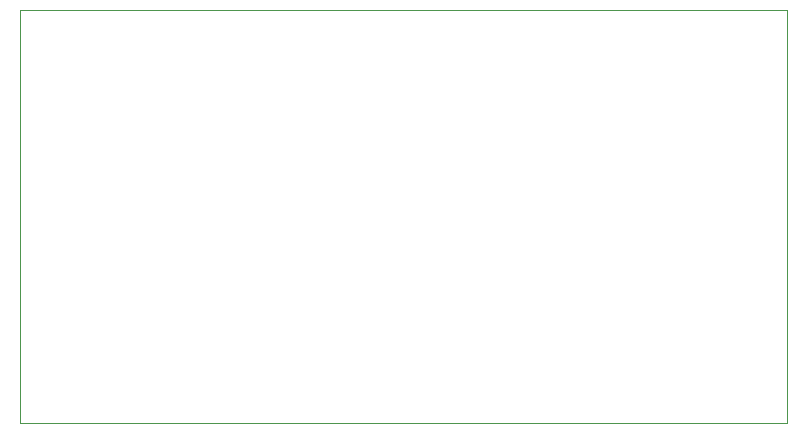
<source format=gbr>
%TF.GenerationSoftware,KiCad,Pcbnew,9.0.2*%
%TF.CreationDate,2025-08-19T18:25:56-04:00*%
%TF.ProjectId,GymDevice,47796d44-6576-4696-9365-2e6b69636164,rev?*%
%TF.SameCoordinates,Original*%
%TF.FileFunction,Profile,NP*%
%FSLAX46Y46*%
G04 Gerber Fmt 4.6, Leading zero omitted, Abs format (unit mm)*
G04 Created by KiCad (PCBNEW 9.0.2) date 2025-08-19 18:25:56*
%MOMM*%
%LPD*%
G01*
G04 APERTURE LIST*
%TA.AperFunction,Profile*%
%ADD10C,0.050000*%
%TD*%
G04 APERTURE END LIST*
D10*
X25000000Y-25000000D02*
X90000000Y-25000000D01*
X90000000Y-60000000D01*
X25000000Y-60000000D01*
X25000000Y-25000000D01*
M02*

</source>
